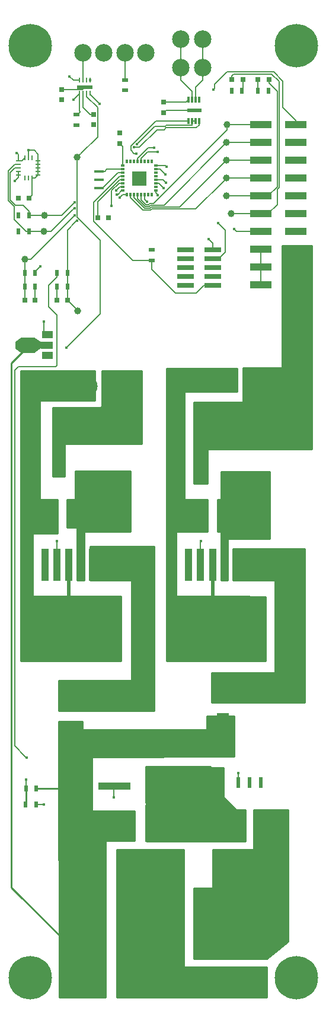
<source format=gbr>
G04 #@! TF.FileFunction,Copper,L1,Top,Signal*
%FSLAX46Y46*%
G04 Gerber Fmt 4.6, Leading zero omitted, Abs format (unit mm)*
G04 Created by KiCad (PCBNEW 4.0.6) date 07/27/19 23:28:40*
%MOMM*%
%LPD*%
G01*
G04 APERTURE LIST*
%ADD10C,0.100000*%
%ADD11R,0.500000X0.900000*%
%ADD12R,3.600000X2.700000*%
%ADD13R,0.800000X0.750000*%
%ADD14R,0.800000X0.800000*%
%ADD15R,2.400000X0.740000*%
%ADD16R,1.800000X1.800000*%
%ADD17R,0.500000X1.600000*%
%ADD18R,0.711200X0.254000*%
%ADD19R,0.254000X0.711200*%
%ADD20R,0.600000X0.300000*%
%ADD21R,0.300000X0.600000*%
%ADD22R,2.000000X2.000000*%
%ADD23R,0.304800X0.889000*%
%ADD24R,2.000000X0.600000*%
%ADD25R,1.400000X0.400000*%
%ADD26R,0.750000X0.800000*%
%ADD27R,0.900000X0.500000*%
%ADD28R,0.250000X0.700000*%
%ADD29R,2.200000X0.610000*%
%ADD30R,1.000000X2.500000*%
%ADD31R,2.500000X1.800000*%
%ADD32R,1.800000X2.500000*%
%ADD33C,2.500000*%
%ADD34C,3.500000*%
%ADD35R,3.150000X1.000000*%
%ADD36C,6.200000*%
%ADD37R,1.500000X1.000000*%
%ADD38R,1.800000X1.000000*%
%ADD39R,1.840000X2.200000*%
%ADD40C,1.000000*%
%ADD41R,4.600000X1.100000*%
%ADD42R,9.400000X10.800000*%
%ADD43R,4.550000X5.250000*%
%ADD44R,1.100000X4.600000*%
%ADD45R,10.800000X9.400000*%
%ADD46R,5.250000X4.550000*%
%ADD47R,2.500000X3.300000*%
%ADD48C,0.800000*%
%ADD49C,0.400000*%
%ADD50C,0.130000*%
%ADD51C,0.500000*%
%ADD52C,0.250000*%
%ADD53C,0.254000*%
G04 APERTURE END LIST*
D10*
D11*
X52856000Y-139446000D03*
X54356000Y-139446000D03*
D12*
X65024000Y-96098000D03*
X65024000Y-87798000D03*
D13*
X52700000Y-69800000D03*
X54200000Y-69800000D03*
X51800000Y-55200000D03*
X53300000Y-55200000D03*
X57300000Y-69800000D03*
X58800000Y-69800000D03*
D14*
X87600000Y-38300000D03*
X86000000Y-38300000D03*
X82250000Y-38300000D03*
X83850000Y-38300000D03*
D15*
X75700000Y-62600000D03*
X79600000Y-62600000D03*
X75700000Y-63870000D03*
X79600000Y-63870000D03*
X75700000Y-65140000D03*
X79600000Y-65140000D03*
X75700000Y-66410000D03*
X79600000Y-66410000D03*
X75700000Y-67680000D03*
X79600000Y-67680000D03*
D11*
X54200000Y-67800000D03*
X52700000Y-67800000D03*
X52700000Y-65900000D03*
X54200000Y-65900000D03*
X51800000Y-57700000D03*
X53300000Y-57700000D03*
X51800000Y-60000000D03*
X53300000Y-60000000D03*
X57300000Y-65900000D03*
X58800000Y-65900000D03*
X58800000Y-67800000D03*
X57300000Y-67800000D03*
X87500000Y-39900000D03*
X86000000Y-39900000D03*
X82250000Y-39900000D03*
X83750000Y-39900000D03*
D16*
X86300000Y-143450000D03*
X83300000Y-143450000D03*
D17*
X84800000Y-138650000D03*
X83200000Y-138650000D03*
X86400000Y-138650000D03*
D18*
X51777600Y-49909400D03*
X51777600Y-50392000D03*
X51777600Y-50900000D03*
X51777600Y-51408000D03*
X51777600Y-51890600D03*
D19*
X52692000Y-52322400D03*
X53200000Y-52322400D03*
X53708000Y-52322400D03*
D18*
X54622400Y-51890600D03*
X54622400Y-51408000D03*
X54622400Y-50900000D03*
X54622400Y-50392000D03*
X54622400Y-49909400D03*
D19*
X53708000Y-49477600D03*
X53200000Y-49477600D03*
X52692000Y-49477600D03*
D20*
X66700000Y-50600000D03*
X66700000Y-51100000D03*
X66700000Y-51600000D03*
X66700000Y-52100000D03*
X66700000Y-52600000D03*
X66700000Y-53100000D03*
X66700000Y-53600000D03*
X66700000Y-54100000D03*
D21*
X67300000Y-54700000D03*
X67800000Y-54700000D03*
X68300000Y-54700000D03*
X68800000Y-54700000D03*
X69300000Y-54700000D03*
X69800000Y-54700000D03*
X70300000Y-54700000D03*
X70800000Y-54700000D03*
D20*
X71400000Y-54100000D03*
X71400000Y-53600000D03*
X71400000Y-53100000D03*
X71400000Y-52600000D03*
X71400000Y-52100000D03*
X71400000Y-51600000D03*
X71400000Y-51100000D03*
X71400000Y-50600000D03*
D21*
X70800000Y-50000000D03*
X70300000Y-50000000D03*
X69800000Y-50000000D03*
X69300000Y-50000000D03*
X68800000Y-50000000D03*
X68300000Y-50000000D03*
X67800000Y-50000000D03*
X67300000Y-50000000D03*
D22*
X69100000Y-52400000D03*
D23*
X76100000Y-44211300D03*
X76600000Y-44211300D03*
X77100000Y-44211300D03*
X77600000Y-44211300D03*
X77600000Y-41188700D03*
X77100000Y-41188700D03*
X76600000Y-41188700D03*
X76100000Y-41188700D03*
D24*
X76950000Y-42700000D03*
D25*
X63300000Y-51400000D03*
X63300000Y-52600000D03*
X63300000Y-53800000D03*
D26*
X72550000Y-41550000D03*
X72550000Y-43050000D03*
D27*
X70800000Y-64100000D03*
X70800000Y-62600000D03*
D26*
X66250000Y-47400000D03*
X66250000Y-45900000D03*
X58000000Y-41200000D03*
X58000000Y-39700000D03*
D13*
X64650000Y-58000000D03*
X63150000Y-58000000D03*
D27*
X60050000Y-44800000D03*
X60050000Y-43300000D03*
D26*
X62550000Y-43250000D03*
X62550000Y-44750000D03*
D27*
X67000000Y-38350000D03*
X67000000Y-39850000D03*
D28*
X62050000Y-38400000D03*
X61550000Y-38400000D03*
X61050000Y-38400000D03*
X60550000Y-38400000D03*
X60550000Y-40250000D03*
X61050000Y-40250000D03*
X61550000Y-40250000D03*
X62050000Y-40250000D03*
D29*
X61300000Y-39350000D03*
D30*
X69025000Y-114200000D03*
X66025000Y-114200000D03*
X89638000Y-114300000D03*
X86638000Y-114300000D03*
X89638000Y-119126000D03*
X86638000Y-119126000D03*
X68925000Y-119100000D03*
X65925000Y-119100000D03*
D12*
X85090000Y-96098000D03*
X85090000Y-87798000D03*
D31*
X60198000Y-101092000D03*
X56198000Y-101092000D03*
X81502000Y-101854000D03*
X77502000Y-101854000D03*
D32*
X81026000Y-126016000D03*
X81026000Y-130016000D03*
X59150000Y-127250000D03*
X59150000Y-131250000D03*
D30*
X57350000Y-93650000D03*
X54350000Y-93650000D03*
X77954000Y-89154000D03*
X74954000Y-89154000D03*
X57350000Y-88900000D03*
X54350000Y-88900000D03*
X77954000Y-93980000D03*
X74954000Y-93980000D03*
D33*
X78150000Y-32550000D03*
X74950000Y-32550000D03*
X78150000Y-36600000D03*
X74950000Y-36600000D03*
D34*
X67600000Y-165400000D03*
X62600000Y-165400000D03*
X80650000Y-166800000D03*
X80650000Y-161800000D03*
X85300000Y-166800000D03*
X85300000Y-161800000D03*
D35*
X86400000Y-44740000D03*
X91450000Y-44740000D03*
X86400000Y-47280000D03*
X91450000Y-47280000D03*
X86400000Y-49820000D03*
X91450000Y-49820000D03*
X86400000Y-52360000D03*
X91450000Y-52360000D03*
X86400000Y-54900000D03*
X91450000Y-54900000D03*
X86400000Y-57440000D03*
X91450000Y-57440000D03*
X86400000Y-59980000D03*
X91450000Y-59980000D03*
X86400000Y-62520000D03*
X91450000Y-62520000D03*
X86400000Y-65060000D03*
X91450000Y-65060000D03*
X86400000Y-67600000D03*
X91450000Y-67600000D03*
D33*
X61824000Y-82042000D03*
X65024000Y-82042000D03*
X70000000Y-34450000D03*
X67000000Y-34450000D03*
X64000000Y-34450000D03*
X61000000Y-34450000D03*
D36*
X91500000Y-166500000D03*
X53500000Y-33500000D03*
X91500000Y-33500000D03*
X53500000Y-166500000D03*
D33*
X81890000Y-81026000D03*
X85090000Y-81026000D03*
D10*
G36*
X52241000Y-77300000D02*
X51391000Y-76700000D01*
X51391000Y-75700000D01*
X52241000Y-75100000D01*
X52241000Y-77300000D01*
X52241000Y-77300000D01*
G37*
D37*
X55963000Y-77700000D03*
D38*
X55816500Y-76200000D03*
D37*
X55963000Y-74700000D03*
D39*
X53149500Y-76200000D03*
D10*
G36*
X54059200Y-75100000D02*
X55059200Y-75800000D01*
X55059200Y-76600000D01*
X54059200Y-77300000D01*
X54059200Y-75100000D01*
X54059200Y-75100000D01*
G37*
D40*
X60250000Y-71350000D03*
X52700000Y-63950000D03*
X81550000Y-54900000D03*
X82150000Y-57400000D03*
X55500000Y-57700000D03*
X55400000Y-60000000D03*
X60200000Y-49400000D03*
X81550000Y-49800000D03*
X81550000Y-47300000D03*
X81600000Y-44750000D03*
X81550000Y-52350000D03*
D41*
X65500000Y-139160000D03*
X65500000Y-144240000D03*
D42*
X74650000Y-141700000D03*
D43*
X77075000Y-144475000D03*
X72225000Y-138925000D03*
X77075000Y-138925000D03*
X72225000Y-144475000D03*
D11*
X54332000Y-141732000D03*
X52832000Y-141732000D03*
D44*
X62400000Y-107550000D03*
X60700000Y-107550000D03*
X59000000Y-107550000D03*
X57300000Y-107550000D03*
X55600000Y-107550000D03*
D45*
X59000000Y-116700000D03*
D46*
X56225000Y-119125000D03*
X61775000Y-114275000D03*
X61775000Y-119125000D03*
X56225000Y-114275000D03*
D44*
X82921000Y-107551000D03*
X81221000Y-107551000D03*
X79521000Y-107551000D03*
X77821000Y-107551000D03*
X76121000Y-107551000D03*
D45*
X79521000Y-116701000D03*
D46*
X76746000Y-119126000D03*
X82296000Y-114276000D03*
X82296000Y-119126000D03*
X76746000Y-114276000D03*
D30*
X63600000Y-154700000D03*
X66600000Y-154700000D03*
X77600000Y-158850000D03*
X74600000Y-158850000D03*
X77600000Y-162250000D03*
X74600000Y-162250000D03*
X63600000Y-150850000D03*
X66600000Y-150850000D03*
D47*
X80850000Y-151650000D03*
X74050000Y-151650000D03*
D48*
X73600000Y-103500000D03*
X73600000Y-105800000D03*
X73600000Y-108800000D03*
X73600000Y-110650000D03*
X52800000Y-102450000D03*
X52800000Y-104600000D03*
X52800000Y-106450000D03*
X52800000Y-108350000D03*
X68000000Y-168750000D03*
X70000000Y-168750000D03*
X71650000Y-168750000D03*
X73400000Y-168750000D03*
X75050000Y-168750000D03*
X76650000Y-168750000D03*
X76650000Y-166750000D03*
X75900000Y-165700000D03*
X74000000Y-165700000D03*
X72650000Y-165250000D03*
X72650000Y-163300000D03*
X72650000Y-161650000D03*
X72650000Y-159900000D03*
X72650000Y-158450000D03*
X72650000Y-156800000D03*
X71500000Y-155650000D03*
X71500000Y-154200000D03*
X71500000Y-152750000D03*
X71500000Y-151400000D03*
X71500000Y-150050000D03*
X71450000Y-148850000D03*
X69850000Y-148850000D03*
X68331370Y-148850000D03*
X68165685Y-150150000D03*
X68165685Y-151700000D03*
X68165685Y-153250000D03*
X68165685Y-154850000D03*
X67600000Y-161800000D03*
X67600000Y-160750000D03*
X67600000Y-159450000D03*
X67600000Y-158150000D03*
X67600000Y-157050000D03*
X67600000Y-156050000D03*
X52800000Y-110450000D03*
X61775000Y-119125000D03*
X56225000Y-119125000D03*
X61775000Y-114275000D03*
X56225000Y-114275000D03*
X53550000Y-99150000D03*
X53150000Y-96300000D03*
X54350000Y-93650000D03*
X54350000Y-88900000D03*
X73750000Y-101250000D03*
X77502000Y-101854000D03*
X73950000Y-99200000D03*
X73950000Y-97550000D03*
X74954000Y-93980000D03*
X74954000Y-89154000D03*
X76746000Y-119126000D03*
X82296000Y-119126000D03*
X82296000Y-114276000D03*
X76746000Y-114276000D03*
D49*
X55963000Y-77700000D03*
X84800000Y-138650000D03*
X62550000Y-44750000D03*
X69145010Y-52400000D03*
X58000000Y-39700000D03*
X75700000Y-67680000D03*
X75700000Y-65140000D03*
X75700000Y-63870000D03*
X57300000Y-69800000D03*
X57300000Y-67800000D03*
X54200000Y-69800000D03*
X54200000Y-67800000D03*
D48*
X91450000Y-52360000D03*
X91450000Y-49820000D03*
X91450000Y-47280000D03*
D49*
X87500000Y-39900000D03*
X82250000Y-39900000D03*
X53300000Y-55200000D03*
X53200000Y-48400000D03*
X64650000Y-58000000D03*
X66250000Y-45900000D03*
X63300000Y-52600000D03*
X77600000Y-41188700D03*
X76950000Y-42700000D03*
X72550000Y-43050000D03*
X62050000Y-38400000D03*
X61300000Y-39350000D03*
X53149500Y-76200000D03*
X54950000Y-64950000D03*
D48*
X59900000Y-87300000D03*
X59900000Y-88900000D03*
X68100000Y-84200000D03*
X68100000Y-82000000D03*
D49*
X65024000Y-87798000D03*
X57300000Y-104150000D03*
X86400000Y-138650000D03*
X51250000Y-52800000D03*
X71717705Y-54775793D03*
X58000000Y-41200000D03*
X70800000Y-62600000D03*
X75700000Y-62600000D03*
X60050000Y-44800000D03*
D48*
X91450000Y-54900000D03*
X91450000Y-59980000D03*
X91450000Y-57440000D03*
D49*
X51800000Y-60000000D03*
X51800000Y-57700000D03*
X51550000Y-48750000D03*
X51800000Y-55200000D03*
X63150000Y-58000000D03*
X66250000Y-47400000D03*
X72550000Y-41550000D03*
X67000000Y-39850000D03*
X59804990Y-57716195D03*
X70200000Y-55755021D03*
X60132078Y-58440707D03*
X65100000Y-56350000D03*
X71150000Y-48050000D03*
X71700000Y-48600000D03*
X78971770Y-61065001D03*
X72750000Y-51800000D03*
X80350000Y-58800000D03*
X72929315Y-50770685D03*
X59804990Y-55850000D03*
X72850000Y-53000000D03*
X59804990Y-56630888D03*
X72500000Y-53800000D03*
X52950000Y-135100000D03*
X83200000Y-137250000D03*
X65750000Y-54150000D03*
X68700000Y-47550000D03*
X65816041Y-54675882D03*
X68260630Y-47980740D03*
X68605602Y-48863072D03*
X66250000Y-55150000D03*
X82650000Y-59650000D03*
X63350000Y-41750000D03*
X59650000Y-41200000D03*
X79650000Y-39750000D03*
X58650000Y-76550000D03*
X76121000Y-107551000D03*
X55600000Y-107550000D03*
X52850000Y-138200000D03*
X85090000Y-87798000D03*
X77850000Y-104200000D03*
X55450000Y-72800000D03*
X59100000Y-37850000D03*
X65400000Y-140750000D03*
X55400000Y-141750000D03*
D50*
X73600000Y-103500000D02*
X73600000Y-105800000D01*
X73600000Y-101400000D02*
X73600000Y-103500000D01*
X73600000Y-105800000D02*
X73600000Y-108800000D01*
X73600000Y-108800000D02*
X73600000Y-110650000D01*
X73600000Y-110650000D02*
X73600000Y-112650000D01*
X73750000Y-101250000D02*
X73600000Y-101400000D01*
X73600000Y-112650000D02*
X75226000Y-114276000D01*
X75226000Y-114276000D02*
X76746000Y-114276000D01*
X52800000Y-102450000D02*
X52800000Y-96650000D01*
X52800000Y-104600000D02*
X52800000Y-102450000D01*
X52800000Y-106450000D02*
X52800000Y-104600000D01*
X52800000Y-108350000D02*
X52800000Y-106550000D01*
X52800000Y-106550000D02*
X52800000Y-106450000D01*
X52800000Y-110450000D02*
X52800000Y-108350000D01*
X52800000Y-96650000D02*
X53150000Y-96300000D01*
X68950000Y-168750000D02*
X68000000Y-168750000D01*
X70000000Y-168750000D02*
X68950000Y-168750000D01*
X71650000Y-168750000D02*
X70000000Y-168750000D01*
X73400000Y-168750000D02*
X71650000Y-168750000D01*
X75050000Y-168750000D02*
X73400000Y-168750000D01*
X76650000Y-168750000D02*
X75050000Y-168750000D01*
X76650000Y-166750000D02*
X76650000Y-168750000D01*
X76650000Y-165700000D02*
X76650000Y-166750000D01*
X75900000Y-165700000D02*
X76650000Y-165700000D01*
X74000000Y-165700000D02*
X75900000Y-165700000D01*
X72650000Y-165700000D02*
X74000000Y-165700000D01*
X72650000Y-165250000D02*
X72650000Y-165700000D01*
X72650000Y-163300000D02*
X72650000Y-165250000D01*
X72650000Y-161650000D02*
X72650000Y-163300000D01*
X72650000Y-159900000D02*
X72650000Y-161650000D01*
X72650000Y-158450000D02*
X72650000Y-159900000D01*
X72650000Y-156800000D02*
X72650000Y-158450000D01*
X72650000Y-156300000D02*
X72650000Y-156800000D01*
X71500000Y-154200000D02*
X71500000Y-155650000D01*
X71500000Y-155650000D02*
X71500000Y-156300000D01*
X71500000Y-152750000D02*
X71500000Y-154200000D01*
X71500000Y-151400000D02*
X71500000Y-152750000D01*
X71500000Y-150050000D02*
X71500000Y-151400000D01*
X71500000Y-148850000D02*
X71500000Y-150050000D01*
X69950000Y-148850000D02*
X71450000Y-148850000D01*
X71450000Y-148850000D02*
X71500000Y-148850000D01*
X68331370Y-148850000D02*
X69850000Y-148850000D01*
X69850000Y-148850000D02*
X69950000Y-148850000D01*
X68165685Y-150150000D02*
X68165685Y-149015685D01*
X68165685Y-151700000D02*
X68165685Y-150150000D01*
X68165685Y-153250000D02*
X68165685Y-151900000D01*
X68165685Y-151900000D02*
X68165685Y-151700000D01*
X68165685Y-154850000D02*
X68165685Y-153250000D01*
X68165685Y-156050000D02*
X68165685Y-154850000D01*
X71500000Y-156300000D02*
X72650000Y-156300000D01*
X68165685Y-149015685D02*
X68331370Y-148850000D01*
X67600000Y-156050000D02*
X68165685Y-156050000D01*
X67600000Y-161800000D02*
X67600000Y-160750000D01*
X67600000Y-162925127D02*
X67600000Y-161800000D01*
X67600000Y-160500000D02*
X67600000Y-159450000D01*
X67600000Y-160750000D02*
X67600000Y-160500000D01*
X67600000Y-159450000D02*
X67600000Y-158150000D01*
X67600000Y-158150000D02*
X67600000Y-157050000D01*
X67600000Y-157050000D02*
X67600000Y-156050000D01*
X67600000Y-165400000D02*
X67600000Y-162925127D01*
D51*
X56225000Y-114275000D02*
X55875000Y-114275000D01*
X55875000Y-114275000D02*
X52800000Y-111200000D01*
X52800000Y-111200000D02*
X52800000Y-110450000D01*
X79521000Y-107551000D02*
X79521000Y-110351000D01*
X79521000Y-110351000D02*
X79521000Y-116701000D01*
X59000000Y-107550000D02*
X59000000Y-116700000D01*
D50*
X56198000Y-101092000D02*
X55848000Y-101092000D01*
X55848000Y-101092000D02*
X53906000Y-99150000D01*
X53906000Y-99150000D02*
X53550000Y-99150000D01*
X54350000Y-93650000D02*
X54350000Y-95100000D01*
X54350000Y-95100000D02*
X53150000Y-96300000D01*
X77502000Y-101854000D02*
X74354000Y-101854000D01*
X74354000Y-101854000D02*
X73750000Y-101250000D01*
X73950000Y-97550000D02*
X73950000Y-99200000D01*
X74954000Y-93980000D02*
X74954000Y-96546000D01*
X74954000Y-96546000D02*
X73950000Y-97550000D01*
X58000000Y-39700000D02*
X60950000Y-39700000D01*
X60950000Y-39700000D02*
X61300000Y-39350000D01*
X54200000Y-67800000D02*
X54200000Y-69800000D01*
X57300000Y-69800000D02*
X57300000Y-69295000D01*
X57300000Y-69295000D02*
X57300000Y-67800000D01*
X53708000Y-52322400D02*
X53708000Y-54792000D01*
X53708000Y-54792000D02*
X53300000Y-55200000D01*
X54622400Y-49909400D02*
X54622400Y-48922400D01*
X54622400Y-48922400D02*
X54100000Y-48400000D01*
X54100000Y-48400000D02*
X53200000Y-48400000D01*
X53708000Y-52322400D02*
X54190600Y-52322400D01*
X54190600Y-52322400D02*
X54622400Y-51890600D01*
X54622400Y-51408000D02*
X54622400Y-51890600D01*
X54622400Y-50900000D02*
X54622400Y-51408000D01*
X54622400Y-50392000D02*
X54622400Y-50900000D01*
X54622400Y-49909400D02*
X54622400Y-50392000D01*
X53200000Y-49477600D02*
X53200000Y-48400000D01*
X76950000Y-42700000D02*
X72900000Y-42700000D01*
X72900000Y-42700000D02*
X72550000Y-43050000D01*
D52*
X54356000Y-139446000D02*
X57796000Y-139446000D01*
D50*
X54559200Y-76200000D02*
X55816500Y-76200000D01*
X53149500Y-76200000D02*
X54559200Y-76200000D01*
X51816000Y-76200000D02*
X53149500Y-76200000D01*
D52*
X50800000Y-153600000D02*
X62600000Y-165400000D01*
X53149500Y-76200000D02*
X53149500Y-76380000D01*
X53149500Y-76380000D02*
X50800000Y-78729500D01*
D50*
X54200000Y-65900000D02*
X54200000Y-65700000D01*
X54200000Y-65700000D02*
X54950000Y-64950000D01*
D52*
X50800000Y-78729500D02*
X50800000Y-141350000D01*
X50800000Y-141350000D02*
X50800000Y-153600000D01*
D50*
X50850000Y-141300000D02*
X50800000Y-141350000D01*
X59900000Y-88900000D02*
X59900000Y-87300000D01*
X57350000Y-88900000D02*
X59900000Y-88900000D01*
X68100000Y-82000000D02*
X68100000Y-84200000D01*
X65024000Y-82042000D02*
X68058000Y-82042000D01*
X68058000Y-82042000D02*
X68100000Y-82000000D01*
X57300000Y-107550000D02*
X57300000Y-104150000D01*
X51777600Y-51890600D02*
X51777600Y-52272400D01*
X51777600Y-52272400D02*
X51250000Y-52800000D01*
X71400000Y-54100000D02*
X71400000Y-54458088D01*
X71517706Y-54575794D02*
X71717705Y-54775793D01*
X71400000Y-54458088D02*
X71517706Y-54575794D01*
X51777600Y-49909400D02*
X51777600Y-48977600D01*
X51777600Y-48977600D02*
X51550000Y-48750000D01*
X51777600Y-49909400D02*
X52260200Y-49909400D01*
X52260200Y-49909400D02*
X52692000Y-49477600D01*
X51777600Y-51890600D02*
X51777600Y-51408000D01*
X51777600Y-55177600D02*
X51800000Y-55200000D01*
X63150000Y-58000000D02*
X63150000Y-55720000D01*
X63150000Y-55720000D02*
X66270000Y-52600000D01*
X66270000Y-52600000D02*
X66700000Y-52600000D01*
X66700000Y-50600000D02*
X66700000Y-47850000D01*
X66700000Y-47850000D02*
X66250000Y-47400000D01*
X72550000Y-41550000D02*
X75738700Y-41550000D01*
X75738700Y-41550000D02*
X76100000Y-41188700D01*
X86400000Y-65060000D02*
X86400000Y-64430000D01*
X86400000Y-64430000D02*
X86400000Y-62520000D01*
X86400000Y-67600000D02*
X86400000Y-66970000D01*
X86400000Y-66970000D02*
X86400000Y-65060000D01*
X59604991Y-57916194D02*
X59804990Y-57716195D01*
X53571185Y-63950000D02*
X59604991Y-57916194D01*
X52700000Y-63950000D02*
X53571185Y-63950000D01*
X70000001Y-55555022D02*
X70200000Y-55755021D01*
X69800000Y-54700000D02*
X69800000Y-55355021D01*
X69800000Y-55355021D02*
X70000001Y-55555022D01*
X52700000Y-69800000D02*
X52700000Y-69295000D01*
X52700000Y-69295000D02*
X52700000Y-67800000D01*
X52700000Y-65900000D02*
X52700000Y-63950000D01*
X52700000Y-67800000D02*
X52700000Y-65900000D01*
X59932079Y-58640706D02*
X60132078Y-58440707D01*
X58800000Y-59772785D02*
X59932079Y-58640706D01*
X58800000Y-65900000D02*
X58800000Y-59772785D01*
X65100000Y-56350000D02*
X65100000Y-54165398D01*
X65100000Y-54165398D02*
X66165398Y-53100000D01*
X66165398Y-53100000D02*
X66270000Y-53100000D01*
X66270000Y-53100000D02*
X66700000Y-53100000D01*
X58800000Y-67800000D02*
X58800000Y-69800000D01*
X58800000Y-69800000D02*
X58825000Y-69800000D01*
X58825000Y-69800000D02*
X60250000Y-71225000D01*
X60250000Y-71225000D02*
X60250000Y-71350000D01*
X58800000Y-65900000D02*
X58800000Y-67800000D01*
X87600000Y-38300000D02*
X87600000Y-38830000D01*
X87600000Y-38830000D02*
X88750000Y-39980000D01*
X88750000Y-39980000D02*
X88750000Y-53625000D01*
X88750000Y-53625000D02*
X87475000Y-54900000D01*
X87475000Y-54900000D02*
X86400000Y-54900000D01*
X71150000Y-48050000D02*
X70320000Y-48050000D01*
X70320000Y-48050000D02*
X68800000Y-49570000D01*
X68800000Y-49570000D02*
X68800000Y-50000000D01*
X86400000Y-54900000D02*
X81550000Y-54900000D01*
X86000000Y-38300000D02*
X86000000Y-39900000D01*
X88800000Y-56115000D02*
X87475000Y-57440000D01*
X89010011Y-53732700D02*
X88800000Y-53942711D01*
X88800000Y-53942711D02*
X88800000Y-56115000D01*
X89010011Y-38559009D02*
X89010011Y-53732700D01*
X87951002Y-37500000D02*
X89010011Y-38559009D01*
X82520000Y-37500000D02*
X87951002Y-37500000D01*
X82250000Y-37770000D02*
X82520000Y-37500000D01*
X87475000Y-57440000D02*
X86400000Y-57440000D01*
X82250000Y-38300000D02*
X82250000Y-37770000D01*
X86400000Y-57440000D02*
X82190000Y-57440000D01*
X82190000Y-57440000D02*
X82150000Y-57400000D01*
X71700000Y-48600000D02*
X70270000Y-48600000D01*
X70270000Y-48600000D02*
X69300000Y-49570000D01*
X69300000Y-49570000D02*
X69300000Y-50000000D01*
X83850000Y-38300000D02*
X83850000Y-39800000D01*
X83850000Y-39800000D02*
X83750000Y-39900000D01*
X78150000Y-36600000D02*
X78150000Y-38367766D01*
X78150000Y-38367766D02*
X77100000Y-39417766D01*
X77100000Y-39417766D02*
X77100000Y-40614200D01*
X77100000Y-40614200D02*
X77100000Y-41188700D01*
X78150000Y-32550000D02*
X78150000Y-34317766D01*
X78150000Y-34317766D02*
X78150000Y-36600000D01*
X74950000Y-36600000D02*
X74950000Y-38367766D01*
X74950000Y-38367766D02*
X76600000Y-40017766D01*
X76600000Y-40017766D02*
X76600000Y-40614200D01*
X76600000Y-40614200D02*
X76600000Y-41188700D01*
X74950000Y-32550000D02*
X74950000Y-36600000D01*
X79171769Y-61265000D02*
X78971770Y-61065001D01*
X79600000Y-62600000D02*
X79600000Y-61693231D01*
X79600000Y-61693231D02*
X79171769Y-61265000D01*
X72750000Y-51800000D02*
X72050000Y-51100000D01*
X72050000Y-51100000D02*
X71400000Y-51100000D01*
X80549999Y-58999999D02*
X80350000Y-58800000D01*
X81350000Y-59800000D02*
X80549999Y-58999999D01*
X80430000Y-63870000D02*
X81350000Y-62950000D01*
X81350000Y-62950000D02*
X81350000Y-59800000D01*
X79600000Y-63870000D02*
X80430000Y-63870000D01*
X71400000Y-50600000D02*
X72758630Y-50600000D01*
X72758630Y-50600000D02*
X72929315Y-50770685D01*
X70800000Y-64100000D02*
X70800000Y-65350000D01*
X70800000Y-65350000D02*
X74200000Y-68750000D01*
X74200000Y-68750000D02*
X77200000Y-68750000D01*
X77200000Y-68750000D02*
X78270000Y-67680000D01*
X78270000Y-67680000D02*
X79600000Y-67680000D01*
X70800000Y-64100000D02*
X68123998Y-64100000D01*
X68123998Y-64100000D02*
X62554999Y-58531001D01*
X62554999Y-58531001D02*
X62554999Y-55815001D01*
X62554999Y-55815001D02*
X66270000Y-52100000D01*
X66270000Y-52100000D02*
X66700000Y-52100000D01*
X70539602Y-56000023D02*
X70389602Y-56150023D01*
X81600000Y-45457106D02*
X71057083Y-56000023D01*
X71057083Y-56000023D02*
X70539602Y-56000023D01*
X70010398Y-56150023D02*
X69300000Y-55439625D01*
X69300000Y-55130000D02*
X69300000Y-54700000D01*
X81600000Y-44750000D02*
X81600000Y-45457106D01*
X70389602Y-56150023D02*
X70010398Y-56150023D01*
X69300000Y-55439625D02*
X69300000Y-55130000D01*
X86400000Y-44740000D02*
X81610000Y-44740000D01*
X81610000Y-44740000D02*
X81600000Y-44750000D01*
X81550000Y-47300000D02*
X72589966Y-56260034D01*
X68800000Y-55307336D02*
X68800000Y-55130000D01*
X70647302Y-56260034D02*
X70497302Y-56410034D01*
X70497302Y-56410034D02*
X69902698Y-56410034D01*
X72589966Y-56260034D02*
X70647302Y-56260034D01*
X68800000Y-55130000D02*
X68800000Y-54700000D01*
X69902698Y-56410034D02*
X68800000Y-55307336D01*
X86400000Y-47280000D02*
X81570000Y-47280000D01*
X81570000Y-47280000D02*
X81550000Y-47300000D01*
X74829955Y-56520045D02*
X70755002Y-56520045D01*
X68300000Y-55130000D02*
X68300000Y-54700000D01*
X68300000Y-55175047D02*
X68300000Y-55130000D01*
X70605002Y-56670045D02*
X69794998Y-56670045D01*
X81550000Y-49800000D02*
X74829955Y-56520045D01*
X69794998Y-56670045D02*
X68300000Y-55175047D01*
X70755002Y-56520045D02*
X70605002Y-56670045D01*
X86400000Y-49820000D02*
X81570000Y-49820000D01*
X81570000Y-49820000D02*
X81550000Y-49800000D01*
X70862702Y-56780056D02*
X77119944Y-56780056D01*
X77119944Y-56780056D02*
X81050001Y-52849999D01*
X70712702Y-56930056D02*
X70862702Y-56780056D01*
X69600056Y-56930056D02*
X70712702Y-56930056D01*
X67800000Y-55130000D02*
X69600056Y-56930056D01*
X81050001Y-52849999D02*
X81550000Y-52350000D01*
X67800000Y-54700000D02*
X67800000Y-55130000D01*
X86400000Y-52360000D02*
X81560000Y-52360000D01*
X81560000Y-52360000D02*
X81550000Y-52350000D01*
X55500000Y-57700000D02*
X57954990Y-57700000D01*
X59604991Y-56049999D02*
X59804990Y-55850000D01*
X57954990Y-57700000D02*
X59604991Y-56049999D01*
X72450000Y-52600000D02*
X72650001Y-52800001D01*
X71400000Y-52600000D02*
X72450000Y-52600000D01*
X72650001Y-52800001D02*
X72850000Y-53000000D01*
X51777600Y-50900000D02*
X51292000Y-50900000D01*
X51292000Y-50900000D02*
X50600000Y-51592000D01*
X50600000Y-51592000D02*
X50600000Y-55450000D01*
X50600000Y-55450000D02*
X51400000Y-56250000D01*
X51400000Y-56250000D02*
X52430000Y-56250000D01*
X52430000Y-56250000D02*
X53300000Y-57120000D01*
X53300000Y-57120000D02*
X53300000Y-57700000D01*
X55500000Y-57700000D02*
X54792894Y-57700000D01*
X54792894Y-57700000D02*
X53300000Y-57700000D01*
X59604991Y-56830887D02*
X59804990Y-56630888D01*
X56435878Y-60000000D02*
X59604991Y-56830887D01*
X55400000Y-60000000D02*
X56435878Y-60000000D01*
X72500000Y-53770000D02*
X72500000Y-53800000D01*
X71400000Y-53100000D02*
X71830000Y-53100000D01*
X71830000Y-53100000D02*
X72500000Y-53770000D01*
X52920000Y-60000000D02*
X53300000Y-60000000D01*
X51204999Y-58284999D02*
X52920000Y-60000000D01*
X51204999Y-56422710D02*
X51204999Y-58284999D01*
X50339989Y-55557700D02*
X51204999Y-56422710D01*
X51777600Y-50392000D02*
X51292000Y-50392000D01*
X50339989Y-51344011D02*
X50339989Y-55557700D01*
X51292000Y-50392000D02*
X50339989Y-51344011D01*
X55400000Y-60000000D02*
X53300000Y-60000000D01*
X57300000Y-65900000D02*
X57300000Y-66480000D01*
X57300000Y-66480000D02*
X56100000Y-67680000D01*
X56100000Y-70700000D02*
X57300000Y-71900000D01*
X56100000Y-67680000D02*
X56100000Y-70700000D01*
X57300000Y-71900000D02*
X57300000Y-79098000D01*
X57300000Y-79098000D02*
X57148000Y-79250000D01*
X57148000Y-79250000D02*
X51800000Y-79250000D01*
X52750001Y-134900001D02*
X52950000Y-135100000D01*
X51800000Y-79250000D02*
X51250000Y-79800000D01*
X51250000Y-79800000D02*
X51250000Y-133400000D01*
X51250000Y-133400000D02*
X52750001Y-134900001D01*
X83200000Y-138650000D02*
X83200000Y-137250000D01*
X63300000Y-51400000D02*
X64130000Y-51400000D01*
X64130000Y-51400000D02*
X64430000Y-51100000D01*
X64430000Y-51100000D02*
X66270000Y-51100000D01*
X66270000Y-51100000D02*
X66700000Y-51100000D01*
X63300000Y-53800000D02*
X63800000Y-53800000D01*
X63800000Y-53800000D02*
X66000000Y-51600000D01*
X66000000Y-51600000D02*
X66270000Y-51600000D01*
X66270000Y-51600000D02*
X66700000Y-51600000D01*
X77100000Y-44211300D02*
X76600000Y-44211300D01*
X65750000Y-54150000D02*
X66300000Y-53600000D01*
X66300000Y-53600000D02*
X66700000Y-53600000D01*
X72751602Y-44950000D02*
X71300000Y-44950000D01*
X71300000Y-44950000D02*
X68700000Y-47550000D01*
X72850801Y-44850801D02*
X72751602Y-44950000D01*
X76534999Y-44850801D02*
X72850801Y-44850801D01*
X76600000Y-44211300D02*
X76600000Y-44785800D01*
X76600000Y-44785800D02*
X76534999Y-44850801D01*
X65974118Y-54675882D02*
X65816041Y-54675882D01*
X66700000Y-54100000D02*
X66550000Y-54100000D01*
X66550000Y-54100000D02*
X65974118Y-54675882D01*
X77600000Y-44211300D02*
X77600000Y-44785800D01*
X77225789Y-45160011D02*
X72909302Y-45160011D01*
X72909302Y-45160011D02*
X72609302Y-45460011D01*
X72609302Y-45460011D02*
X71603602Y-45460011D01*
X69082873Y-47980740D02*
X68543472Y-47980740D01*
X68543472Y-47980740D02*
X68260630Y-47980740D01*
X71603602Y-45460011D02*
X69082873Y-47980740D01*
X77600000Y-44785800D02*
X77225789Y-45160011D01*
X68322760Y-48863072D02*
X68605602Y-48863072D01*
X67865629Y-48405941D02*
X68322760Y-48863072D01*
X67865629Y-47799767D02*
X67865629Y-48405941D01*
X71454096Y-44211300D02*
X67865629Y-47799767D01*
X76100000Y-44211300D02*
X71454096Y-44211300D01*
X66700000Y-54700000D02*
X66250000Y-55150000D01*
X67300000Y-54700000D02*
X66700000Y-54700000D01*
X86400000Y-59980000D02*
X82980000Y-59980000D01*
X82980000Y-59980000D02*
X82849999Y-59849999D01*
X82849999Y-59849999D02*
X82650000Y-59650000D01*
X63350000Y-41750000D02*
X62050000Y-40450000D01*
X62050000Y-40450000D02*
X62050000Y-40250000D01*
X91450000Y-44740000D02*
X91450000Y-44110000D01*
X91450000Y-44110000D02*
X89590000Y-42250000D01*
X89590000Y-42250000D02*
X89590000Y-38540000D01*
X89590000Y-38540000D02*
X88250000Y-37200000D01*
X88250000Y-37200000D02*
X81600000Y-37200000D01*
X81600000Y-37200000D02*
X79849999Y-38950001D01*
X79849999Y-38950001D02*
X79849999Y-39550001D01*
X79849999Y-39550001D02*
X79650000Y-39750000D01*
X59650000Y-41200000D02*
X60550000Y-40300000D01*
X60550000Y-40300000D02*
X60550000Y-40250000D01*
X60550000Y-40250000D02*
X60550000Y-42800000D01*
X60550000Y-42800000D02*
X60630000Y-42880000D01*
X60630000Y-42880000D02*
X60630000Y-42920000D01*
X60630000Y-42920000D02*
X60250000Y-43300000D01*
X60250000Y-43300000D02*
X60050000Y-43300000D01*
X63500000Y-71700000D02*
X58650000Y-76550000D01*
X63500000Y-61250000D02*
X63500000Y-71700000D01*
X52856000Y-139446000D02*
X52856000Y-138206000D01*
X52856000Y-138206000D02*
X52850000Y-138200000D01*
D52*
X52856000Y-139446000D02*
X52856000Y-141708000D01*
X52856000Y-141708000D02*
X52832000Y-141732000D01*
D50*
X63500000Y-61250000D02*
X60200000Y-57950000D01*
X61550000Y-40250000D02*
X61550000Y-40730000D01*
X61550000Y-40730000D02*
X63120001Y-42300001D01*
X63120001Y-42300001D02*
X63120001Y-46479999D01*
X63120001Y-46479999D02*
X60699999Y-48900001D01*
X60699999Y-48900001D02*
X60200000Y-49400000D01*
X60200000Y-57950000D02*
X60200000Y-49400000D01*
X61050000Y-40250000D02*
X61050000Y-42255000D01*
X61050000Y-42255000D02*
X62045000Y-43250000D01*
X62045000Y-43250000D02*
X62550000Y-43250000D01*
X67000000Y-34450000D02*
X67000000Y-36217766D01*
X67000000Y-36217766D02*
X67000000Y-38350000D01*
X61000000Y-34450000D02*
X61000000Y-38350000D01*
X61000000Y-38350000D02*
X61050000Y-38400000D01*
X61050000Y-34500000D02*
X61000000Y-34450000D01*
X77821000Y-107551000D02*
X77821000Y-104229000D01*
X77821000Y-104229000D02*
X77850000Y-104200000D01*
X55450000Y-74187000D02*
X55963000Y-74700000D01*
X55450000Y-72800000D02*
X55450000Y-74187000D01*
X60550000Y-38400000D02*
X59650000Y-38400000D01*
X59650000Y-38400000D02*
X59100000Y-37850000D01*
X65400000Y-140750000D02*
X65400000Y-139260000D01*
X65400000Y-139260000D02*
X65500000Y-139160000D01*
X54332000Y-141732000D02*
X55382000Y-141732000D01*
X55382000Y-141732000D02*
X55400000Y-141750000D01*
D53*
G36*
X82623000Y-134925757D02*
X62374876Y-134945484D01*
X62325476Y-134955538D01*
X62283879Y-134984019D01*
X62256641Y-135026440D01*
X62248000Y-135072484D01*
X62248000Y-142600000D01*
X62258006Y-142649410D01*
X62286447Y-142691035D01*
X62328841Y-142718315D01*
X62375000Y-142727000D01*
X68348000Y-142727000D01*
X68348001Y-146919301D01*
X64400064Y-146917304D01*
X64350649Y-146927285D01*
X64309010Y-146955705D01*
X64281709Y-146998085D01*
X64273000Y-147044304D01*
X64273000Y-169290000D01*
X57626384Y-169290000D01*
X57586577Y-129921000D01*
X60923000Y-129921000D01*
X60923000Y-130950000D01*
X60933006Y-130999410D01*
X60961447Y-131041035D01*
X61003841Y-131068315D01*
X61050000Y-131077000D01*
X78550000Y-131077000D01*
X78599410Y-131066994D01*
X78641035Y-131038553D01*
X78668315Y-130996159D01*
X78677000Y-130950000D01*
X78677000Y-129159000D01*
X82623000Y-129159000D01*
X82623000Y-134925757D01*
X82623000Y-134925757D01*
G37*
X82623000Y-134925757D02*
X62374876Y-134945484D01*
X62325476Y-134955538D01*
X62283879Y-134984019D01*
X62256641Y-135026440D01*
X62248000Y-135072484D01*
X62248000Y-142600000D01*
X62258006Y-142649410D01*
X62286447Y-142691035D01*
X62328841Y-142718315D01*
X62375000Y-142727000D01*
X68348000Y-142727000D01*
X68348001Y-146919301D01*
X64400064Y-146917304D01*
X64350649Y-146927285D01*
X64309010Y-146955705D01*
X64281709Y-146998085D01*
X64273000Y-147044304D01*
X64273000Y-169290000D01*
X57626384Y-169290000D01*
X57586577Y-129921000D01*
X60923000Y-129921000D01*
X60923000Y-130950000D01*
X60933006Y-130999410D01*
X60961447Y-131041035D01*
X61003841Y-131068315D01*
X61050000Y-131077000D01*
X78550000Y-131077000D01*
X78599410Y-131066994D01*
X78641035Y-131038553D01*
X78668315Y-130996159D01*
X78677000Y-130950000D01*
X78677000Y-129159000D01*
X82623000Y-129159000D01*
X82623000Y-134925757D01*
G36*
X90273000Y-161290022D02*
X87254477Y-163773000D01*
X76827000Y-163773000D01*
X76827000Y-153727000D01*
X79400000Y-153727000D01*
X79449410Y-153716994D01*
X79491035Y-153688553D01*
X79518315Y-153646159D01*
X79527000Y-153600205D01*
X79535748Y-148177000D01*
X85250000Y-148177000D01*
X85299410Y-148166994D01*
X85341035Y-148138553D01*
X85368315Y-148096159D01*
X85377000Y-148050000D01*
X85377000Y-142477000D01*
X90273000Y-142477000D01*
X90273000Y-161290022D01*
X90273000Y-161290022D01*
G37*
X90273000Y-161290022D02*
X87254477Y-163773000D01*
X76827000Y-163773000D01*
X76827000Y-153727000D01*
X79400000Y-153727000D01*
X79449410Y-153716994D01*
X79491035Y-153688553D01*
X79518315Y-153646159D01*
X79527000Y-153600205D01*
X79535748Y-148177000D01*
X85250000Y-148177000D01*
X85299410Y-148166994D01*
X85341035Y-148138553D01*
X85368315Y-148096159D01*
X85377000Y-148050000D01*
X85377000Y-142477000D01*
X90273000Y-142477000D01*
X90273000Y-161290022D01*
G36*
X75373000Y-164800000D02*
X75383006Y-164849410D01*
X75411447Y-164891035D01*
X75453841Y-164918315D01*
X75500000Y-164927000D01*
X87273000Y-164927000D01*
X87273000Y-169290000D01*
X65827000Y-169290000D01*
X65827000Y-148177000D01*
X75373000Y-148177000D01*
X75373000Y-164800000D01*
X75373000Y-164800000D01*
G37*
X75373000Y-164800000D02*
X75383006Y-164849410D01*
X75411447Y-164891035D01*
X75453841Y-164918315D01*
X75500000Y-164927000D01*
X87273000Y-164927000D01*
X87273000Y-169290000D01*
X65827000Y-169290000D01*
X65827000Y-148177000D01*
X75373000Y-148177000D01*
X75373000Y-164800000D01*
G36*
X81073000Y-136475953D02*
X81073000Y-140650000D01*
X81083006Y-140699410D01*
X81108867Y-140738452D01*
X82758867Y-142438452D01*
X82800460Y-142466939D01*
X82850000Y-142477000D01*
X84223000Y-142477000D01*
X84223000Y-146973000D01*
X70076770Y-146973000D01*
X70076997Y-136427560D01*
X81073000Y-136475953D01*
X81073000Y-136475953D01*
G37*
X81073000Y-136475953D02*
X81073000Y-140650000D01*
X81083006Y-140699410D01*
X81108867Y-140738452D01*
X82758867Y-142438452D01*
X82800460Y-142466939D01*
X82850000Y-142477000D01*
X84223000Y-142477000D01*
X84223000Y-146973000D01*
X70076770Y-146973000D01*
X70076997Y-136427560D01*
X81073000Y-136475953D01*
G36*
X93673000Y-91073000D02*
X78900000Y-91073000D01*
X78850590Y-91083006D01*
X78808965Y-91111447D01*
X78781685Y-91153841D01*
X78773000Y-91200000D01*
X78773000Y-95973000D01*
X76827000Y-95973000D01*
X76827000Y-84377000D01*
X83750000Y-84377000D01*
X83799410Y-84366994D01*
X83841035Y-84338553D01*
X83868315Y-84296159D01*
X83877000Y-84250000D01*
X83877000Y-79427000D01*
X89300000Y-79427000D01*
X89349410Y-79416994D01*
X89391035Y-79388553D01*
X89418315Y-79346159D01*
X89427000Y-79300000D01*
X89427000Y-61977000D01*
X93673000Y-61977000D01*
X93673000Y-91073000D01*
X93673000Y-91073000D01*
G37*
X93673000Y-91073000D02*
X78900000Y-91073000D01*
X78850590Y-91083006D01*
X78808965Y-91111447D01*
X78781685Y-91153841D01*
X78773000Y-91200000D01*
X78773000Y-95973000D01*
X76827000Y-95973000D01*
X76827000Y-84377000D01*
X83750000Y-84377000D01*
X83799410Y-84366994D01*
X83841035Y-84338553D01*
X83868315Y-84296159D01*
X83877000Y-84250000D01*
X83877000Y-79427000D01*
X89300000Y-79427000D01*
X89349410Y-79416994D01*
X89391035Y-79388553D01*
X89418315Y-79346159D01*
X89427000Y-79300000D01*
X89427000Y-61977000D01*
X93673000Y-61977000D01*
X93673000Y-91073000D01*
G36*
X83023000Y-82823000D02*
X75600000Y-82823000D01*
X75550590Y-82833006D01*
X75508965Y-82861447D01*
X75481685Y-82903841D01*
X75473000Y-82950000D01*
X75473000Y-98150000D01*
X75483006Y-98199410D01*
X75511447Y-98241035D01*
X75553841Y-98268315D01*
X75600000Y-98277000D01*
X78773000Y-98277000D01*
X78773000Y-102773000D01*
X74450000Y-102773000D01*
X74400590Y-102783006D01*
X74358965Y-102811447D01*
X74331685Y-102853841D01*
X74323000Y-102900000D01*
X74323000Y-111950000D01*
X74333006Y-111999410D01*
X74361447Y-112041035D01*
X74403841Y-112068315D01*
X74449504Y-112076999D01*
X87123000Y-112126505D01*
X87123000Y-121273000D01*
X72927000Y-121273000D01*
X72927000Y-79527000D01*
X83023000Y-79527000D01*
X83023000Y-82823000D01*
X83023000Y-82823000D01*
G37*
X83023000Y-82823000D02*
X75600000Y-82823000D01*
X75550590Y-82833006D01*
X75508965Y-82861447D01*
X75481685Y-82903841D01*
X75473000Y-82950000D01*
X75473000Y-98150000D01*
X75483006Y-98199410D01*
X75511447Y-98241035D01*
X75553841Y-98268315D01*
X75600000Y-98277000D01*
X78773000Y-98277000D01*
X78773000Y-102773000D01*
X74450000Y-102773000D01*
X74400590Y-102783006D01*
X74358965Y-102811447D01*
X74331685Y-102853841D01*
X74323000Y-102900000D01*
X74323000Y-111950000D01*
X74333006Y-111999410D01*
X74361447Y-112041035D01*
X74403841Y-112068315D01*
X74449504Y-112076999D01*
X87123000Y-112126505D01*
X87123000Y-121273000D01*
X72927000Y-121273000D01*
X72927000Y-79527000D01*
X83023000Y-79527000D01*
X83023000Y-82823000D01*
G36*
X62723000Y-84123000D02*
X54950000Y-84123000D01*
X54900590Y-84133006D01*
X54858965Y-84161447D01*
X54831685Y-84203841D01*
X54823000Y-84250000D01*
X54823000Y-98150000D01*
X54833006Y-98199410D01*
X54861447Y-98241035D01*
X54903841Y-98268315D01*
X54950000Y-98277000D01*
X57373000Y-98277000D01*
X57373000Y-103023000D01*
X53950000Y-103023000D01*
X53900590Y-103033006D01*
X53858965Y-103061447D01*
X53831685Y-103103841D01*
X53823000Y-103150000D01*
X53823000Y-111950000D01*
X53833006Y-111999410D01*
X53860197Y-112039803D01*
X53910197Y-112089803D01*
X53952211Y-112117666D01*
X54000506Y-112126999D01*
X66423000Y-112077507D01*
X66423000Y-121223000D01*
X52127000Y-121223000D01*
X52127000Y-79877000D01*
X62723000Y-79877000D01*
X62723000Y-84123000D01*
X62723000Y-84123000D01*
G37*
X62723000Y-84123000D02*
X54950000Y-84123000D01*
X54900590Y-84133006D01*
X54858965Y-84161447D01*
X54831685Y-84203841D01*
X54823000Y-84250000D01*
X54823000Y-98150000D01*
X54833006Y-98199410D01*
X54861447Y-98241035D01*
X54903841Y-98268315D01*
X54950000Y-98277000D01*
X57373000Y-98277000D01*
X57373000Y-103023000D01*
X53950000Y-103023000D01*
X53900590Y-103033006D01*
X53858965Y-103061447D01*
X53831685Y-103103841D01*
X53823000Y-103150000D01*
X53823000Y-111950000D01*
X53833006Y-111999410D01*
X53860197Y-112039803D01*
X53910197Y-112089803D01*
X53952211Y-112117666D01*
X54000506Y-112126999D01*
X66423000Y-112077507D01*
X66423000Y-121223000D01*
X52127000Y-121223000D01*
X52127000Y-79877000D01*
X62723000Y-79877000D01*
X62723000Y-84123000D01*
G36*
X71173000Y-128373000D02*
X57577000Y-128373000D01*
X57577000Y-124077000D01*
X67800000Y-124077000D01*
X67849410Y-124066994D01*
X67891035Y-124038553D01*
X67918315Y-123996159D01*
X67927000Y-123950000D01*
X67927000Y-109850000D01*
X67916994Y-109800590D01*
X67888553Y-109758965D01*
X67846159Y-109731685D01*
X67800000Y-109723000D01*
X62027000Y-109723000D01*
X62027000Y-104927000D01*
X71173000Y-104927000D01*
X71173000Y-128373000D01*
X71173000Y-128373000D01*
G37*
X71173000Y-128373000D02*
X57577000Y-128373000D01*
X57577000Y-124077000D01*
X67800000Y-124077000D01*
X67849410Y-124066994D01*
X67891035Y-124038553D01*
X67918315Y-123996159D01*
X67927000Y-123950000D01*
X67927000Y-109850000D01*
X67916994Y-109800590D01*
X67888553Y-109758965D01*
X67846159Y-109731685D01*
X67800000Y-109723000D01*
X62027000Y-109723000D01*
X62027000Y-104927000D01*
X71173000Y-104927000D01*
X71173000Y-128373000D01*
G36*
X92723000Y-127173000D02*
X79427000Y-127173000D01*
X79427000Y-122977000D01*
X88350000Y-122977000D01*
X88399410Y-122966994D01*
X88441035Y-122938553D01*
X88468315Y-122896159D01*
X88477000Y-122850000D01*
X88477000Y-109850000D01*
X88466994Y-109800590D01*
X88438553Y-109758965D01*
X88396159Y-109731685D01*
X88350000Y-109723000D01*
X82477000Y-109723000D01*
X82477000Y-105277000D01*
X92723000Y-105277000D01*
X92723000Y-127173000D01*
X92723000Y-127173000D01*
G37*
X92723000Y-127173000D02*
X79427000Y-127173000D01*
X79427000Y-122977000D01*
X88350000Y-122977000D01*
X88399410Y-122966994D01*
X88441035Y-122938553D01*
X88468315Y-122896159D01*
X88477000Y-122850000D01*
X88477000Y-109850000D01*
X88466994Y-109800590D01*
X88438553Y-109758965D01*
X88396159Y-109731685D01*
X88350000Y-109723000D01*
X82477000Y-109723000D01*
X82477000Y-105277000D01*
X92723000Y-105277000D01*
X92723000Y-127173000D01*
G36*
X67823000Y-102773000D02*
X61350000Y-102773000D01*
X61300590Y-102783006D01*
X61258965Y-102811447D01*
X61231685Y-102853841D01*
X61223000Y-102900000D01*
X61223000Y-109723000D01*
X60177000Y-109723000D01*
X60177000Y-102350000D01*
X60166994Y-102300590D01*
X60138553Y-102258965D01*
X60096159Y-102231685D01*
X60050000Y-102223000D01*
X58727000Y-102223000D01*
X58727000Y-98227000D01*
X59750000Y-98227000D01*
X59799410Y-98216994D01*
X59841035Y-98188553D01*
X59868315Y-98146159D01*
X59877000Y-98100000D01*
X59877000Y-94177000D01*
X67823000Y-94177000D01*
X67823000Y-102773000D01*
X67823000Y-102773000D01*
G37*
X67823000Y-102773000D02*
X61350000Y-102773000D01*
X61300590Y-102783006D01*
X61258965Y-102811447D01*
X61231685Y-102853841D01*
X61223000Y-102900000D01*
X61223000Y-109723000D01*
X60177000Y-109723000D01*
X60177000Y-102350000D01*
X60166994Y-102300590D01*
X60138553Y-102258965D01*
X60096159Y-102231685D01*
X60050000Y-102223000D01*
X58727000Y-102223000D01*
X58727000Y-98227000D01*
X59750000Y-98227000D01*
X59799410Y-98216994D01*
X59841035Y-98188553D01*
X59868315Y-98146159D01*
X59877000Y-98100000D01*
X59877000Y-94177000D01*
X67823000Y-94177000D01*
X67823000Y-102773000D01*
G36*
X69373000Y-90273000D02*
X58500000Y-90273000D01*
X58450590Y-90283006D01*
X58408965Y-90311447D01*
X58381685Y-90353841D01*
X58373000Y-90400000D01*
X58373000Y-94923000D01*
X56677000Y-94923000D01*
X56677000Y-85077000D01*
X63600000Y-85077000D01*
X63649410Y-85066994D01*
X63691035Y-85038553D01*
X63718315Y-84996159D01*
X63727000Y-84950000D01*
X63727000Y-79877000D01*
X69373000Y-79877000D01*
X69373000Y-90273000D01*
X69373000Y-90273000D01*
G37*
X69373000Y-90273000D02*
X58500000Y-90273000D01*
X58450590Y-90283006D01*
X58408965Y-90311447D01*
X58381685Y-90353841D01*
X58373000Y-90400000D01*
X58373000Y-94923000D01*
X56677000Y-94923000D01*
X56677000Y-85077000D01*
X63600000Y-85077000D01*
X63649410Y-85066994D01*
X63691035Y-85038553D01*
X63718315Y-84996159D01*
X63727000Y-84950000D01*
X63727000Y-79877000D01*
X69373000Y-79877000D01*
X69373000Y-90273000D01*
G36*
X87723000Y-103823000D02*
X81800000Y-103823000D01*
X81750590Y-103833006D01*
X81708965Y-103861447D01*
X81681685Y-103903841D01*
X81673000Y-103950000D01*
X81673000Y-109773000D01*
X80727000Y-109773000D01*
X80727000Y-102900000D01*
X80716994Y-102850590D01*
X80688553Y-102808965D01*
X80646159Y-102781685D01*
X80600000Y-102773000D01*
X80227000Y-102773000D01*
X80227000Y-98277000D01*
X80650000Y-98277000D01*
X80699410Y-98266994D01*
X80741035Y-98238553D01*
X80768315Y-98196159D01*
X80777000Y-98150000D01*
X80777000Y-94227000D01*
X87723000Y-94227000D01*
X87723000Y-103823000D01*
X87723000Y-103823000D01*
G37*
X87723000Y-103823000D02*
X81800000Y-103823000D01*
X81750590Y-103833006D01*
X81708965Y-103861447D01*
X81681685Y-103903841D01*
X81673000Y-103950000D01*
X81673000Y-109773000D01*
X80727000Y-109773000D01*
X80727000Y-102900000D01*
X80716994Y-102850590D01*
X80688553Y-102808965D01*
X80646159Y-102781685D01*
X80600000Y-102773000D01*
X80227000Y-102773000D01*
X80227000Y-98277000D01*
X80650000Y-98277000D01*
X80699410Y-98266994D01*
X80741035Y-98238553D01*
X80768315Y-98196159D01*
X80777000Y-98150000D01*
X80777000Y-94227000D01*
X87723000Y-94227000D01*
X87723000Y-103823000D01*
M02*

</source>
